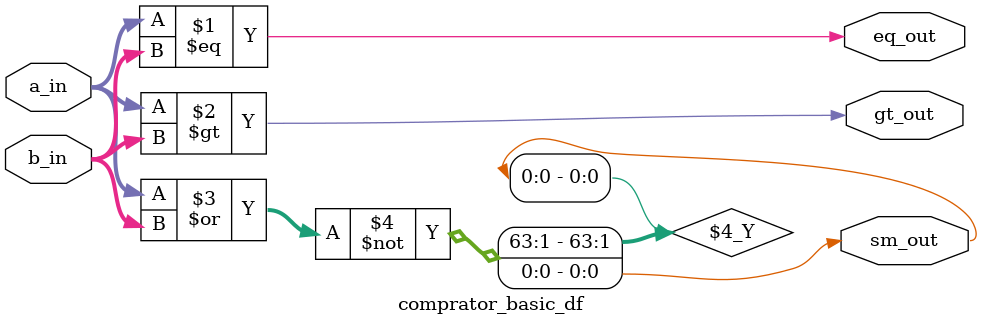
<source format=v>
module comprator_basic_df#(parameter N=64)(eq_out,gt_out,sm_out,a_in,b_in);

input [N-1:0] a_in,b_in;
output eq_out,gt_out,sm_out;

assign eq_out = (a_in == b_in);
assign gt_out = (a_in > b_in);
assign sm_out = ~(a_in | b_in);
//assign sm_out (a_in < b_in);

endmodule

</source>
